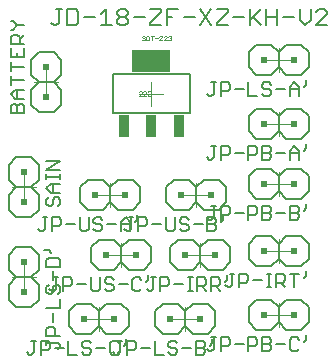
<source format=gto>
G75*
%MOIN*%
%OFA0B0*%
%FSLAX24Y24*%
%IPPOS*%
%LPD*%
%AMOC8*
5,1,8,0,0,1.08239X$1,22.5*
%
%ADD10C,0.0050*%
%ADD11C,0.0060*%
%ADD12R,0.0200X0.0200*%
%ADD13C,0.0000*%
%ADD14C,0.0080*%
%ADD15C,0.0010*%
%ADD16R,0.1260X0.0730*%
%ADD17R,0.0340X0.0730*%
D10*
X001577Y001480D02*
X001652Y001405D01*
X001727Y001405D01*
X001802Y001480D01*
X001802Y001855D01*
X001727Y001855D02*
X001877Y001855D01*
X002037Y001855D02*
X002263Y001855D01*
X002338Y001780D01*
X002338Y001630D01*
X002263Y001555D01*
X002037Y001555D01*
X002037Y001405D02*
X002037Y001855D01*
X002220Y001877D02*
X002220Y001727D01*
X002220Y001802D02*
X002595Y001802D01*
X002670Y001727D01*
X002670Y001652D01*
X002595Y001577D01*
X002498Y001630D02*
X002798Y001630D01*
X002958Y001855D02*
X002958Y001405D01*
X003258Y001405D01*
X003419Y001480D02*
X003494Y001405D01*
X003644Y001405D01*
X003719Y001480D01*
X003719Y001555D01*
X003644Y001630D01*
X003494Y001630D01*
X003419Y001705D01*
X003419Y001780D01*
X003494Y001855D01*
X003644Y001855D01*
X003719Y001780D01*
X003879Y001630D02*
X004179Y001630D01*
X004339Y001480D02*
X004414Y001405D01*
X004565Y001405D01*
X004640Y001480D01*
X004677Y001480D02*
X004677Y001855D01*
X004602Y001855D02*
X004752Y001855D01*
X004640Y001780D02*
X004565Y001855D01*
X004414Y001855D01*
X004339Y001780D01*
X004339Y001480D01*
X004452Y001480D02*
X004527Y001405D01*
X004602Y001405D01*
X004677Y001480D01*
X004912Y001405D02*
X004912Y001855D01*
X005138Y001855D01*
X005213Y001780D01*
X005213Y001630D01*
X005138Y001555D01*
X004912Y001555D01*
X004800Y001705D02*
X004875Y001780D01*
X004875Y001930D01*
X005373Y001630D02*
X005673Y001630D01*
X005833Y001405D02*
X006133Y001405D01*
X006294Y001480D02*
X006369Y001405D01*
X006519Y001405D01*
X006594Y001480D01*
X006594Y001555D01*
X006519Y001630D01*
X006369Y001630D01*
X006294Y001705D01*
X006294Y001780D01*
X006369Y001855D01*
X006519Y001855D01*
X006594Y001780D01*
X006754Y001630D02*
X007054Y001630D01*
X007214Y001630D02*
X007440Y001630D01*
X007515Y001555D01*
X007515Y001480D01*
X007440Y001405D01*
X007214Y001405D01*
X007214Y001855D01*
X007440Y001855D01*
X007515Y001780D01*
X007515Y001705D01*
X007440Y001630D01*
X007577Y001605D02*
X007652Y001530D01*
X007727Y001530D01*
X007802Y001605D01*
X007802Y001980D01*
X007750Y001930D02*
X007750Y001780D01*
X007675Y001705D01*
X007727Y001980D02*
X007877Y001980D01*
X008037Y001980D02*
X008263Y001980D01*
X008338Y001905D01*
X008338Y001755D01*
X008263Y001680D01*
X008037Y001680D01*
X008037Y001530D02*
X008037Y001980D01*
X008498Y001755D02*
X008798Y001755D01*
X008958Y001680D02*
X009183Y001680D01*
X009258Y001755D01*
X009258Y001905D01*
X009183Y001980D01*
X008958Y001980D01*
X008958Y001530D01*
X009419Y001530D02*
X009644Y001530D01*
X009719Y001605D01*
X009719Y001680D01*
X009644Y001755D01*
X009419Y001755D01*
X009419Y001530D02*
X009419Y001980D01*
X009644Y001980D01*
X009719Y001905D01*
X009719Y001830D01*
X009644Y001755D01*
X009879Y001755D02*
X010179Y001755D01*
X010339Y001605D02*
X010414Y001530D01*
X010565Y001530D01*
X010640Y001605D01*
X010800Y001830D02*
X010875Y001905D01*
X010875Y002055D01*
X010640Y001905D02*
X010565Y001980D01*
X010414Y001980D01*
X010339Y001905D01*
X010339Y001605D01*
X010490Y003655D02*
X010490Y004105D01*
X010640Y004105D02*
X010339Y004105D01*
X010179Y004030D02*
X010179Y003880D01*
X010104Y003805D01*
X009879Y003805D01*
X009879Y003655D02*
X009879Y004105D01*
X010104Y004105D01*
X010179Y004030D01*
X010029Y003805D02*
X010179Y003655D01*
X009722Y003655D02*
X009572Y003655D01*
X009647Y003655D02*
X009647Y004105D01*
X009572Y004105D02*
X009722Y004105D01*
X009412Y003880D02*
X009112Y003880D01*
X008952Y003880D02*
X008876Y003805D01*
X008651Y003805D01*
X008651Y003655D02*
X008651Y004105D01*
X008876Y004105D01*
X008952Y004030D01*
X008952Y003880D01*
X008491Y004105D02*
X008341Y004105D01*
X008416Y004105D02*
X008416Y003730D01*
X008341Y003655D01*
X008266Y003655D01*
X008191Y003730D01*
X008175Y003830D02*
X008250Y003905D01*
X008250Y004055D01*
X008015Y003905D02*
X008015Y003755D01*
X007940Y003680D01*
X007714Y003680D01*
X007714Y003530D02*
X007714Y003980D01*
X007940Y003980D01*
X008015Y003905D01*
X007865Y003680D02*
X008015Y003530D01*
X007554Y003530D02*
X007404Y003680D01*
X007479Y003680D02*
X007254Y003680D01*
X007254Y003530D02*
X007254Y003980D01*
X007479Y003980D01*
X007554Y003905D01*
X007554Y003755D01*
X007479Y003680D01*
X007097Y003530D02*
X006947Y003530D01*
X007022Y003530D02*
X007022Y003980D01*
X006947Y003980D02*
X007097Y003980D01*
X006787Y003755D02*
X006487Y003755D01*
X006327Y003755D02*
X006327Y003905D01*
X006251Y003980D01*
X006026Y003980D01*
X006026Y003530D01*
X006026Y003680D02*
X006251Y003680D01*
X006327Y003755D01*
X005866Y003980D02*
X005716Y003980D01*
X005791Y003980D02*
X005791Y003605D01*
X005716Y003530D01*
X005641Y003530D01*
X005566Y003605D01*
X005550Y003830D02*
X005625Y003905D01*
X005625Y004055D01*
X005390Y003905D02*
X005315Y003980D01*
X005164Y003980D01*
X005089Y003905D01*
X005089Y003605D01*
X005164Y003530D01*
X005315Y003530D01*
X005390Y003605D01*
X004929Y003755D02*
X004629Y003755D01*
X004469Y003680D02*
X004469Y003605D01*
X004394Y003530D01*
X004244Y003530D01*
X004169Y003605D01*
X004008Y003605D02*
X004008Y003980D01*
X004169Y003905D02*
X004169Y003830D01*
X004244Y003755D01*
X004394Y003755D01*
X004469Y003680D01*
X004469Y003905D02*
X004394Y003980D01*
X004244Y003980D01*
X004169Y003905D01*
X004008Y003605D02*
X003933Y003530D01*
X003783Y003530D01*
X003708Y003605D01*
X003708Y003980D01*
X003548Y003755D02*
X003248Y003755D01*
X003088Y003755D02*
X003088Y003905D01*
X003013Y003980D01*
X002787Y003980D01*
X002787Y003530D01*
X002670Y003494D02*
X002595Y003419D01*
X002670Y003494D02*
X002670Y003644D01*
X002595Y003719D01*
X002520Y003719D01*
X002445Y003644D01*
X002445Y003494D01*
X002370Y003419D01*
X002295Y003419D01*
X002220Y003494D01*
X002220Y003644D01*
X002295Y003719D01*
X002327Y003605D02*
X002402Y003530D01*
X002477Y003530D01*
X002552Y003605D01*
X002552Y003980D01*
X002477Y003980D02*
X002627Y003980D01*
X002445Y003879D02*
X002445Y004179D01*
X002220Y004339D02*
X002670Y004339D01*
X002670Y004565D01*
X002595Y004640D01*
X002295Y004640D01*
X002220Y004565D01*
X002220Y004339D01*
X002370Y004800D02*
X002295Y004875D01*
X002145Y004875D01*
X002102Y005530D02*
X002027Y005530D01*
X001952Y005605D01*
X002102Y005530D02*
X002177Y005605D01*
X002177Y005980D01*
X002102Y005980D02*
X002252Y005980D01*
X002412Y005980D02*
X002638Y005980D01*
X002713Y005905D01*
X002713Y005755D01*
X002638Y005680D01*
X002412Y005680D01*
X002412Y005530D02*
X002412Y005980D01*
X002370Y006342D02*
X002295Y006342D01*
X002220Y006417D01*
X002220Y006567D01*
X002295Y006642D01*
X002445Y006567D02*
X002520Y006642D01*
X002595Y006642D01*
X002670Y006567D01*
X002670Y006417D01*
X002595Y006342D01*
X002445Y006417D02*
X002445Y006567D01*
X002445Y006417D02*
X002370Y006342D01*
X002370Y006802D02*
X002220Y006952D01*
X002370Y007103D01*
X002670Y007103D01*
X002670Y007263D02*
X002670Y007413D01*
X002670Y007338D02*
X002220Y007338D01*
X002220Y007263D02*
X002220Y007413D01*
X002220Y007570D02*
X002670Y007870D01*
X002220Y007870D01*
X002220Y007570D02*
X002670Y007570D01*
X002445Y007103D02*
X002445Y006802D01*
X002370Y006802D02*
X002670Y006802D01*
X003333Y005980D02*
X003333Y005605D01*
X003408Y005530D01*
X003558Y005530D01*
X003633Y005605D01*
X003633Y005980D01*
X003794Y005905D02*
X003794Y005830D01*
X003869Y005755D01*
X004019Y005755D01*
X004094Y005680D01*
X004094Y005605D01*
X004019Y005530D01*
X003869Y005530D01*
X003794Y005605D01*
X003794Y005905D02*
X003869Y005980D01*
X004019Y005980D01*
X004094Y005905D01*
X004254Y005755D02*
X004554Y005755D01*
X004714Y005755D02*
X005015Y005755D01*
X005015Y005830D02*
X005015Y005530D01*
X004977Y005530D02*
X005052Y005605D01*
X005052Y005980D01*
X004977Y005980D02*
X005127Y005980D01*
X005250Y005905D02*
X005175Y005830D01*
X005250Y005905D02*
X005250Y006055D01*
X005287Y005980D02*
X005513Y005980D01*
X005588Y005905D01*
X005588Y005755D01*
X005513Y005680D01*
X005287Y005680D01*
X005287Y005530D02*
X005287Y005980D01*
X005015Y005830D02*
X004865Y005980D01*
X004714Y005830D01*
X004714Y005530D01*
X004827Y005605D02*
X004902Y005530D01*
X004977Y005530D01*
X005748Y005755D02*
X006048Y005755D01*
X006208Y005605D02*
X006208Y005980D01*
X006508Y005980D02*
X006508Y005605D01*
X006433Y005530D01*
X006283Y005530D01*
X006208Y005605D01*
X006669Y005605D02*
X006744Y005530D01*
X006894Y005530D01*
X006969Y005605D01*
X006969Y005680D01*
X006894Y005755D01*
X006744Y005755D01*
X006669Y005830D01*
X006669Y005905D01*
X006744Y005980D01*
X006894Y005980D01*
X006969Y005905D01*
X007129Y005755D02*
X007429Y005755D01*
X007589Y005755D02*
X007815Y005755D01*
X007890Y005680D01*
X007890Y005605D01*
X007815Y005530D01*
X007589Y005530D01*
X007589Y005980D01*
X007815Y005980D01*
X007890Y005905D01*
X007890Y005830D01*
X007815Y005755D01*
X007727Y005905D02*
X007802Y005980D01*
X007802Y006355D01*
X007727Y006355D02*
X007877Y006355D01*
X008037Y006355D02*
X008263Y006355D01*
X008338Y006280D01*
X008338Y006130D01*
X008263Y006055D01*
X008037Y006055D01*
X008125Y006055D02*
X008125Y005905D01*
X008050Y005830D01*
X008037Y005905D02*
X008037Y006355D01*
X008498Y006130D02*
X008798Y006130D01*
X008958Y006055D02*
X009183Y006055D01*
X009258Y006130D01*
X009258Y006280D01*
X009183Y006355D01*
X008958Y006355D01*
X008958Y005905D01*
X009419Y005905D02*
X009644Y005905D01*
X009719Y005980D01*
X009719Y006055D01*
X009644Y006130D01*
X009419Y006130D01*
X009419Y005905D02*
X009419Y006355D01*
X009644Y006355D01*
X009719Y006280D01*
X009719Y006205D01*
X009644Y006130D01*
X009879Y006130D02*
X010179Y006130D01*
X010339Y006130D02*
X010565Y006130D01*
X010640Y006055D01*
X010640Y005980D01*
X010565Y005905D01*
X010339Y005905D01*
X010339Y006355D01*
X010565Y006355D01*
X010640Y006280D01*
X010640Y006205D01*
X010565Y006130D01*
X010800Y006205D02*
X010875Y006280D01*
X010875Y006430D01*
X010640Y007905D02*
X010640Y008205D01*
X010490Y008355D01*
X010339Y008205D01*
X010339Y007905D01*
X010339Y008130D02*
X010640Y008130D01*
X010800Y008205D02*
X010875Y008280D01*
X010875Y008430D01*
X010179Y008130D02*
X009879Y008130D01*
X009719Y008055D02*
X009719Y007980D01*
X009644Y007905D01*
X009419Y007905D01*
X009419Y008355D01*
X009644Y008355D01*
X009719Y008280D01*
X009719Y008205D01*
X009644Y008130D01*
X009419Y008130D01*
X009258Y008130D02*
X009258Y008280D01*
X009183Y008355D01*
X008958Y008355D01*
X008958Y007905D01*
X008958Y008055D02*
X009183Y008055D01*
X009258Y008130D01*
X009644Y008130D02*
X009719Y008055D01*
X008798Y008130D02*
X008498Y008130D01*
X008338Y008130D02*
X008263Y008055D01*
X008037Y008055D01*
X008037Y007905D02*
X008037Y008355D01*
X008263Y008355D01*
X008338Y008280D01*
X008338Y008130D01*
X007877Y008355D02*
X007727Y008355D01*
X007802Y008355D02*
X007802Y007980D01*
X007727Y007905D01*
X007652Y007905D01*
X007577Y007980D01*
X007577Y005980D02*
X007652Y005905D01*
X007727Y005905D01*
X010800Y003955D02*
X010875Y004030D01*
X010875Y004180D01*
X005833Y001855D02*
X005833Y001405D01*
X003088Y003755D02*
X003013Y003680D01*
X002787Y003680D01*
X002670Y003258D02*
X002670Y002958D01*
X002220Y002958D01*
X002445Y002798D02*
X002445Y002498D01*
X002445Y002338D02*
X002295Y002338D01*
X002220Y002263D01*
X002220Y002037D01*
X002670Y002037D01*
X002520Y002037D02*
X002520Y002263D01*
X002445Y002338D01*
X002873Y005755D02*
X003173Y005755D01*
X001480Y009470D02*
X001030Y009470D01*
X001030Y009695D01*
X001105Y009770D01*
X001180Y009770D01*
X001255Y009695D01*
X001255Y009470D01*
X001255Y009695D02*
X001330Y009770D01*
X001405Y009770D01*
X001480Y009695D01*
X001480Y009470D01*
X001480Y009930D02*
X001180Y009930D01*
X001030Y010081D01*
X001180Y010231D01*
X001480Y010231D01*
X001255Y010231D02*
X001255Y009930D01*
X001030Y010391D02*
X001030Y010691D01*
X001030Y010851D02*
X001030Y011151D01*
X001030Y011001D02*
X001480Y011001D01*
X001480Y011312D02*
X001480Y011612D01*
X001480Y011772D02*
X001030Y011772D01*
X001030Y011997D01*
X001105Y012072D01*
X001255Y012072D01*
X001330Y011997D01*
X001330Y011772D01*
X001330Y011922D02*
X001480Y012072D01*
X001480Y012382D02*
X001255Y012382D01*
X001105Y012533D01*
X001030Y012533D01*
X001255Y012382D02*
X001105Y012232D01*
X001030Y012232D01*
X001030Y011612D02*
X001030Y011312D01*
X001480Y011312D01*
X001255Y011312D02*
X001255Y011462D01*
X001480Y010541D02*
X001030Y010541D01*
X002467Y012375D02*
X002558Y012375D01*
X002650Y012467D01*
X002650Y012925D01*
X002558Y012925D02*
X002742Y012925D01*
X002927Y012925D02*
X003203Y012925D01*
X003294Y012834D01*
X003294Y012467D01*
X003203Y012375D01*
X002927Y012375D01*
X002927Y012925D01*
X002375Y012467D02*
X002467Y012375D01*
X003480Y012650D02*
X003847Y012650D01*
X004032Y012742D02*
X004216Y012925D01*
X004216Y012375D01*
X004399Y012375D02*
X004032Y012375D01*
X004585Y012467D02*
X004677Y012375D01*
X004860Y012375D01*
X004952Y012467D01*
X004952Y012558D01*
X004860Y012650D01*
X004677Y012650D01*
X004585Y012742D01*
X004585Y012834D01*
X004677Y012925D01*
X004860Y012925D01*
X004952Y012834D01*
X004952Y012742D01*
X004860Y012650D01*
X004677Y012650D02*
X004585Y012558D01*
X004585Y012467D01*
X005137Y012650D02*
X005504Y012650D01*
X005690Y012467D02*
X005690Y012375D01*
X006057Y012375D01*
X006242Y012375D02*
X006242Y012925D01*
X006609Y012925D01*
X006426Y012650D02*
X006242Y012650D01*
X006057Y012834D02*
X005690Y012467D01*
X005690Y012925D02*
X006057Y012925D01*
X006057Y012834D01*
X006795Y012650D02*
X007162Y012650D01*
X007347Y012375D02*
X007714Y012925D01*
X007900Y012925D02*
X008267Y012925D01*
X008267Y012834D01*
X007900Y012467D01*
X007900Y012375D01*
X008267Y012375D01*
X008452Y012650D02*
X008819Y012650D01*
X009005Y012558D02*
X009372Y012925D01*
X009557Y012925D02*
X009557Y012375D01*
X009372Y012375D02*
X009096Y012650D01*
X009005Y012925D02*
X009005Y012375D01*
X009557Y012650D02*
X009924Y012650D01*
X010110Y012650D02*
X010477Y012650D01*
X010662Y012558D02*
X010846Y012375D01*
X011029Y012558D01*
X011029Y012925D01*
X011215Y012834D02*
X011306Y012925D01*
X011490Y012925D01*
X011582Y012834D01*
X011582Y012742D01*
X011215Y012375D01*
X011582Y012375D01*
X010662Y012558D02*
X010662Y012925D01*
X009924Y012925D02*
X009924Y012375D01*
X010875Y010555D02*
X010875Y010405D01*
X010800Y010330D01*
X010640Y010330D02*
X010640Y010030D01*
X010640Y010255D02*
X010339Y010255D01*
X010339Y010330D02*
X010339Y010030D01*
X010179Y010255D02*
X009879Y010255D01*
X009719Y010180D02*
X009719Y010105D01*
X009644Y010030D01*
X009494Y010030D01*
X009419Y010105D01*
X009494Y010255D02*
X009644Y010255D01*
X009719Y010180D01*
X009719Y010405D02*
X009644Y010480D01*
X009494Y010480D01*
X009419Y010405D01*
X009419Y010330D01*
X009494Y010255D01*
X009258Y010030D02*
X008958Y010030D01*
X008958Y010480D01*
X008798Y010255D02*
X008498Y010255D01*
X008338Y010255D02*
X008338Y010405D01*
X008263Y010480D01*
X008037Y010480D01*
X008037Y010030D01*
X008037Y010180D02*
X008263Y010180D01*
X008338Y010255D01*
X007877Y010480D02*
X007727Y010480D01*
X007802Y010480D02*
X007802Y010105D01*
X007727Y010030D01*
X007652Y010030D01*
X007577Y010105D01*
X007714Y012375D02*
X007347Y012925D01*
X010339Y010330D02*
X010490Y010480D01*
X010640Y010330D01*
D11*
X010725Y010725D02*
X010975Y010975D01*
X010975Y011475D01*
X010725Y011725D01*
X010225Y011725D01*
X009975Y011475D01*
X009725Y011725D01*
X009225Y011725D01*
X008975Y011475D01*
X008975Y010975D01*
X009225Y010725D01*
X009725Y010725D01*
X009975Y010975D01*
X009975Y011475D01*
X009975Y010975D02*
X010225Y010725D01*
X010725Y010725D01*
X010725Y009600D02*
X010225Y009600D01*
X009975Y009350D01*
X009725Y009600D01*
X009225Y009600D01*
X008975Y009350D01*
X008975Y008850D01*
X009225Y008600D01*
X009725Y008600D01*
X009975Y008850D01*
X009975Y009350D01*
X009975Y008850D02*
X010225Y008600D01*
X010725Y008600D01*
X010975Y008850D01*
X010975Y009350D01*
X010725Y009600D01*
X010725Y007600D02*
X010225Y007600D01*
X009975Y007350D01*
X009725Y007600D01*
X009225Y007600D01*
X008975Y007350D01*
X008975Y006850D01*
X009225Y006600D01*
X009725Y006600D01*
X009975Y006850D01*
X009975Y007350D01*
X009975Y006850D02*
X010225Y006600D01*
X010725Y006600D01*
X010975Y006850D01*
X010975Y007350D01*
X010725Y007600D01*
X010725Y005350D02*
X010225Y005350D01*
X009975Y005100D01*
X009725Y005350D01*
X009225Y005350D01*
X008975Y005100D01*
X008975Y004600D01*
X009225Y004350D01*
X009725Y004350D01*
X009975Y004600D01*
X009975Y005100D01*
X009975Y004600D02*
X010225Y004350D01*
X010725Y004350D01*
X010975Y004600D01*
X010975Y005100D01*
X010725Y005350D01*
X010725Y003225D02*
X010225Y003225D01*
X009975Y002975D01*
X009725Y003225D01*
X009225Y003225D01*
X008975Y002975D01*
X008975Y002475D01*
X009225Y002225D01*
X009725Y002225D01*
X009975Y002475D01*
X009975Y002975D01*
X009975Y002475D02*
X010225Y002225D01*
X010725Y002225D01*
X010975Y002475D01*
X010975Y002975D01*
X010725Y003225D01*
X008350Y004475D02*
X008100Y004225D01*
X007600Y004225D01*
X007350Y004475D01*
X007100Y004225D01*
X006600Y004225D01*
X006350Y004475D01*
X006350Y004975D01*
X006600Y005225D01*
X007100Y005225D01*
X007350Y004975D01*
X007600Y005225D01*
X008100Y005225D01*
X008350Y004975D01*
X008350Y004475D01*
X007350Y004475D02*
X007350Y004975D01*
X007475Y006225D02*
X007225Y006475D01*
X006975Y006225D01*
X006475Y006225D01*
X006225Y006475D01*
X006225Y006975D01*
X006475Y007225D01*
X006975Y007225D01*
X007225Y006975D01*
X007475Y007225D01*
X007975Y007225D01*
X008225Y006975D01*
X008225Y006475D01*
X007975Y006225D01*
X007475Y006225D01*
X007225Y006475D02*
X007225Y006975D01*
X005475Y005225D02*
X005725Y004975D01*
X005725Y004475D01*
X005475Y004225D01*
X004975Y004225D01*
X004725Y004475D01*
X004475Y004225D01*
X003975Y004225D01*
X003725Y004475D01*
X003725Y004975D01*
X003975Y005225D01*
X004475Y005225D01*
X004725Y004975D01*
X004975Y005225D01*
X005475Y005225D01*
X004725Y004975D02*
X004725Y004475D01*
X004725Y003100D02*
X004225Y003100D01*
X003975Y002850D01*
X003725Y003100D01*
X003225Y003100D01*
X002975Y002850D01*
X002975Y002350D01*
X003225Y002100D01*
X003725Y002100D01*
X003975Y002350D01*
X003975Y002850D01*
X003975Y002350D02*
X004225Y002100D01*
X004725Y002100D01*
X004975Y002350D01*
X004975Y002850D01*
X004725Y003100D01*
X005850Y002850D02*
X005850Y002350D01*
X006100Y002100D01*
X006600Y002100D01*
X006850Y002350D01*
X006850Y002850D01*
X006600Y003100D01*
X006100Y003100D01*
X005850Y002850D01*
X006850Y002850D02*
X007100Y003100D01*
X007600Y003100D01*
X007850Y002850D01*
X007850Y002350D01*
X007600Y002100D01*
X007100Y002100D01*
X006850Y002350D01*
X005100Y006225D02*
X004600Y006225D01*
X004350Y006475D01*
X004100Y006225D01*
X003600Y006225D01*
X003350Y006475D01*
X003350Y006975D01*
X003600Y007225D01*
X004100Y007225D01*
X004350Y006975D01*
X004600Y007225D01*
X005100Y007225D01*
X005350Y006975D01*
X005350Y006475D01*
X005100Y006225D01*
X004350Y006475D02*
X004350Y006975D01*
X001975Y006725D02*
X001975Y006225D01*
X001725Y005975D01*
X001225Y005975D01*
X000975Y006225D01*
X000975Y006725D01*
X001225Y006975D01*
X000975Y007225D01*
X000975Y007725D01*
X001225Y007975D01*
X001725Y007975D01*
X001975Y007725D01*
X001975Y007225D01*
X001725Y006975D01*
X001975Y006725D01*
X001725Y006975D02*
X001225Y006975D01*
X001225Y004975D02*
X000975Y004725D01*
X000975Y004225D01*
X001225Y003975D01*
X000975Y003725D01*
X000975Y003225D01*
X001225Y002975D01*
X001725Y002975D01*
X001975Y003225D01*
X001975Y003725D01*
X001725Y003975D01*
X001225Y003975D01*
X001725Y003975D02*
X001975Y004225D01*
X001975Y004725D01*
X001725Y004975D01*
X001225Y004975D01*
X001975Y009475D02*
X001725Y009725D01*
X001725Y010225D01*
X001975Y010475D01*
X001725Y010725D01*
X001725Y011225D01*
X001975Y011475D01*
X002475Y011475D01*
X002725Y011225D01*
X002725Y010725D01*
X002475Y010475D01*
X002725Y010225D01*
X002725Y009725D01*
X002475Y009475D01*
X001975Y009475D01*
X001975Y010475D02*
X002475Y010475D01*
D12*
X002225Y009975D03*
X002225Y010975D03*
X001475Y007475D03*
X001475Y006475D03*
X001475Y004475D03*
X001475Y003475D03*
X003475Y002600D03*
X004475Y002600D03*
X006350Y002600D03*
X007350Y002600D03*
X006850Y004725D03*
X007850Y004725D03*
X009475Y004850D03*
X010475Y004850D03*
X010475Y002725D03*
X009475Y002725D03*
X007725Y006725D03*
X006725Y006725D03*
X004850Y006725D03*
X003850Y006725D03*
X004225Y004725D03*
X005225Y004725D03*
X009475Y007100D03*
X010475Y007100D03*
X010475Y009100D03*
X009475Y009100D03*
X009475Y011225D03*
X010475Y011225D03*
D13*
X010375Y011225D02*
X009575Y011225D01*
X009975Y010825D02*
X009975Y011625D01*
X009975Y009500D02*
X009975Y008700D01*
X009575Y009100D02*
X010375Y009100D01*
X009975Y007500D02*
X009975Y006700D01*
X009575Y007100D02*
X010375Y007100D01*
X009975Y005250D02*
X009975Y004450D01*
X009575Y004850D02*
X010375Y004850D01*
X009975Y003125D02*
X009975Y002325D01*
X009575Y002725D02*
X010375Y002725D01*
X007750Y004725D02*
X006950Y004725D01*
X007350Y004325D02*
X007350Y005125D01*
X007225Y006325D02*
X007225Y007125D01*
X006825Y006725D02*
X007625Y006725D01*
X005125Y004725D02*
X004325Y004725D01*
X004725Y004325D02*
X004725Y005125D01*
X004350Y006325D02*
X004350Y007125D01*
X003950Y006725D02*
X004750Y006725D01*
X005725Y009700D02*
X005725Y010500D01*
X005325Y010100D02*
X006125Y010100D01*
X002625Y010475D02*
X001825Y010475D01*
X002225Y010075D02*
X002225Y010875D01*
X001475Y007375D02*
X001475Y006575D01*
X001075Y006975D02*
X001875Y006975D01*
X001475Y004375D02*
X001475Y003575D01*
X001075Y003975D02*
X001875Y003975D01*
X003575Y002600D02*
X004375Y002600D01*
X003975Y002200D02*
X003975Y003000D01*
X006450Y002600D02*
X007250Y002600D01*
X006850Y002200D02*
X006850Y003000D01*
D14*
X007015Y009450D02*
X004435Y009450D01*
X004435Y010750D01*
X007015Y010750D01*
X007015Y009450D01*
D15*
X005700Y010055D02*
X005675Y010030D01*
X005625Y010030D01*
X005600Y010055D01*
X005552Y010030D02*
X005452Y010030D01*
X005552Y010130D01*
X005552Y010155D01*
X005527Y010180D01*
X005477Y010180D01*
X005452Y010155D01*
X005405Y010155D02*
X005405Y010130D01*
X005305Y010030D01*
X005405Y010030D01*
X005405Y010155D02*
X005380Y010180D01*
X005330Y010180D01*
X005305Y010155D01*
X005600Y010155D02*
X005625Y010180D01*
X005675Y010180D01*
X005700Y010155D01*
X005700Y010130D01*
X005675Y010105D01*
X005700Y010080D01*
X005700Y010055D01*
X005675Y010105D02*
X005650Y010105D01*
X005627Y011880D02*
X005652Y011905D01*
X005652Y012005D01*
X005627Y012030D01*
X005577Y012030D01*
X005552Y012005D01*
X005552Y011905D01*
X005577Y011880D01*
X005627Y011880D01*
X005750Y011880D02*
X005750Y012030D01*
X005700Y012030D02*
X005800Y012030D01*
X005847Y011955D02*
X005947Y011955D01*
X005994Y012005D02*
X006019Y012030D01*
X006069Y012030D01*
X006094Y012005D01*
X006094Y011980D01*
X005994Y011880D01*
X006094Y011880D01*
X006142Y011880D02*
X006242Y011980D01*
X006242Y012005D01*
X006217Y012030D01*
X006167Y012030D01*
X006142Y012005D01*
X006142Y011880D02*
X006242Y011880D01*
X006289Y011905D02*
X006314Y011880D01*
X006364Y011880D01*
X006389Y011905D01*
X006389Y011930D01*
X006364Y011955D01*
X006339Y011955D01*
X006364Y011955D02*
X006389Y011980D01*
X006389Y012005D01*
X006364Y012030D01*
X006314Y012030D01*
X006289Y012005D01*
X005505Y012005D02*
X005480Y012030D01*
X005430Y012030D01*
X005405Y012005D01*
X005405Y011980D01*
X005430Y011955D01*
X005480Y011955D01*
X005505Y011930D01*
X005505Y011905D01*
X005480Y011880D01*
X005430Y011880D01*
X005405Y011905D01*
D16*
X005725Y011175D03*
X005725Y011175D03*
D17*
X005725Y009025D03*
X005725Y009025D03*
X004815Y009025D03*
X004815Y009025D03*
X006635Y009025D03*
X006635Y009025D03*
M02*

</source>
